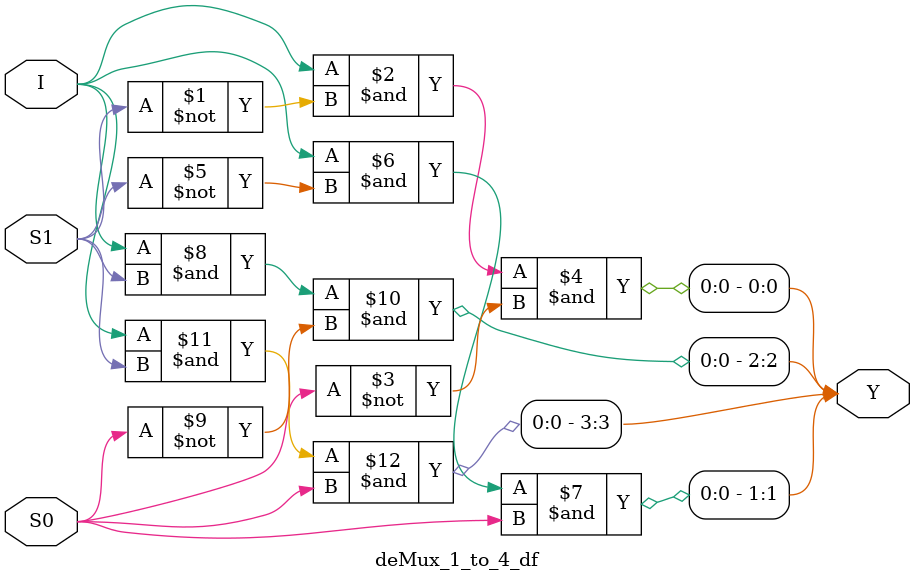
<source format=v>

module deMux_1_to_4_df(I, S1, S0, Y);
input I; input S1, S0;
output [3:0]Y;
assign Y[0] = I&~S1&~S0;
assign Y[1] = I&~S1&S0;
assign Y[2] = I&S1&~S0;
assign Y[3] = I&S1&S0;
endmodule
</source>
